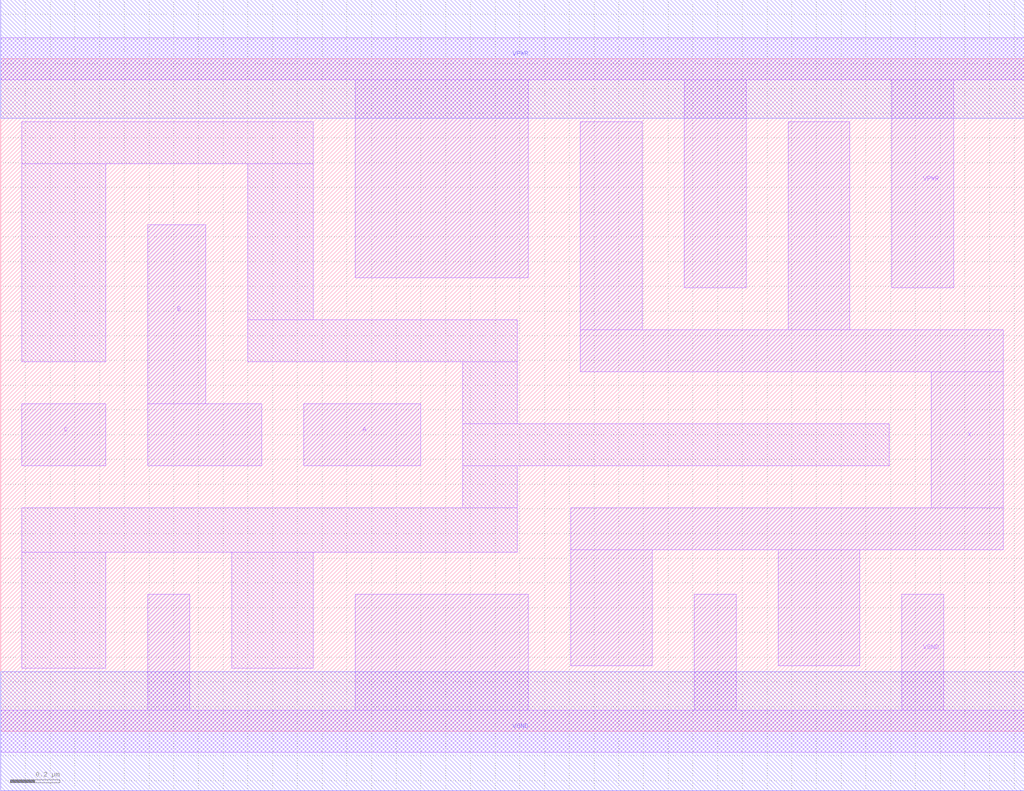
<source format=lef>
# Copyright 2020 The SkyWater PDK Authors
#
# Licensed under the Apache License, Version 2.0 (the "License");
# you may not use this file except in compliance with the License.
# You may obtain a copy of the License at
#
#     https://www.apache.org/licenses/LICENSE-2.0
#
# Unless required by applicable law or agreed to in writing, software
# distributed under the License is distributed on an "AS IS" BASIS,
# WITHOUT WARRANTIES OR CONDITIONS OF ANY KIND, either express or implied.
# See the License for the specific language governing permissions and
# limitations under the License.
#
# SPDX-License-Identifier: Apache-2.0

VERSION 5.5 ;
NAMESCASESENSITIVE ON ;
BUSBITCHARS "[]" ;
DIVIDERCHAR "/" ;
MACRO sky130_fd_sc_hd__or3_4
  CLASS CORE ;
  SOURCE USER ;
  ORIGIN  0.000000  0.000000 ;
  SIZE  4.140000 BY  2.720000 ;
  SYMMETRY X Y R90 ;
  SITE unithd ;
  PIN A
    ANTENNAGATEAREA  0.247500 ;
    DIRECTION INPUT ;
    USE SIGNAL ;
    PORT
      LAYER li1 ;
        RECT 1.225000 1.075000 1.700000 1.325000 ;
    END
  END A
  PIN B
    ANTENNAGATEAREA  0.247500 ;
    DIRECTION INPUT ;
    USE SIGNAL ;
    PORT
      LAYER li1 ;
        RECT 0.595000 1.075000 1.055000 1.325000 ;
        RECT 0.595000 1.325000 0.830000 2.050000 ;
    END
  END B
  PIN C
    ANTENNAGATEAREA  0.247500 ;
    DIRECTION INPUT ;
    USE SIGNAL ;
    PORT
      LAYER li1 ;
        RECT 0.085000 1.075000 0.425000 1.325000 ;
    END
  END C
  PIN X
    ANTENNADIFFAREA  0.891000 ;
    DIRECTION OUTPUT ;
    USE SIGNAL ;
    PORT
      LAYER li1 ;
        RECT 2.305000 0.265000 2.635000 0.735000 ;
        RECT 2.305000 0.735000 4.055000 0.905000 ;
        RECT 2.345000 1.455000 4.055000 1.625000 ;
        RECT 2.345000 1.625000 2.595000 2.465000 ;
        RECT 3.145000 0.265000 3.475000 0.735000 ;
        RECT 3.185000 1.625000 3.435000 2.465000 ;
        RECT 3.765000 0.905000 4.055000 1.455000 ;
    END
  END X
  PIN VGND
    DIRECTION INOUT ;
    SHAPE ABUTMENT ;
    USE GROUND ;
    PORT
      LAYER li1 ;
        RECT 0.000000 -0.085000 4.140000 0.085000 ;
        RECT 0.595000  0.085000 0.765000 0.555000 ;
        RECT 1.435000  0.085000 2.135000 0.555000 ;
        RECT 2.805000  0.085000 2.975000 0.555000 ;
        RECT 3.645000  0.085000 3.815000 0.555000 ;
    END
    PORT
      LAYER met1 ;
        RECT 0.000000 -0.240000 4.140000 0.240000 ;
    END
  END VGND
  PIN VNB
    DIRECTION INOUT ;
    USE GROUND ;
    PORT
    END
  END VNB
  PIN VPB
    DIRECTION INOUT ;
    USE POWER ;
    PORT
    END
  END VPB
  PIN VPWR
    DIRECTION INOUT ;
    SHAPE ABUTMENT ;
    USE POWER ;
    PORT
      LAYER li1 ;
        RECT 0.000000 2.635000 4.140000 2.805000 ;
        RECT 1.435000 1.835000 2.135000 2.635000 ;
        RECT 2.765000 1.795000 3.015000 2.635000 ;
        RECT 3.605000 1.795000 3.855000 2.635000 ;
    END
    PORT
      LAYER met1 ;
        RECT 0.000000 2.480000 4.140000 2.960000 ;
    END
  END VPWR
  OBS
    LAYER li1 ;
      RECT 0.085000 0.255000 0.425000 0.725000 ;
      RECT 0.085000 0.725000 2.090000 0.905000 ;
      RECT 0.085000 1.495000 0.425000 2.295000 ;
      RECT 0.085000 2.295000 1.265000 2.465000 ;
      RECT 0.935000 0.255000 1.265000 0.725000 ;
      RECT 1.000000 1.495000 2.090000 1.665000 ;
      RECT 1.000000 1.665000 1.265000 2.295000 ;
      RECT 1.870000 0.905000 2.090000 1.075000 ;
      RECT 1.870000 1.075000 3.595000 1.245000 ;
      RECT 1.870000 1.245000 2.090000 1.495000 ;
  END
END sky130_fd_sc_hd__or3_4
END LIBRARY

</source>
